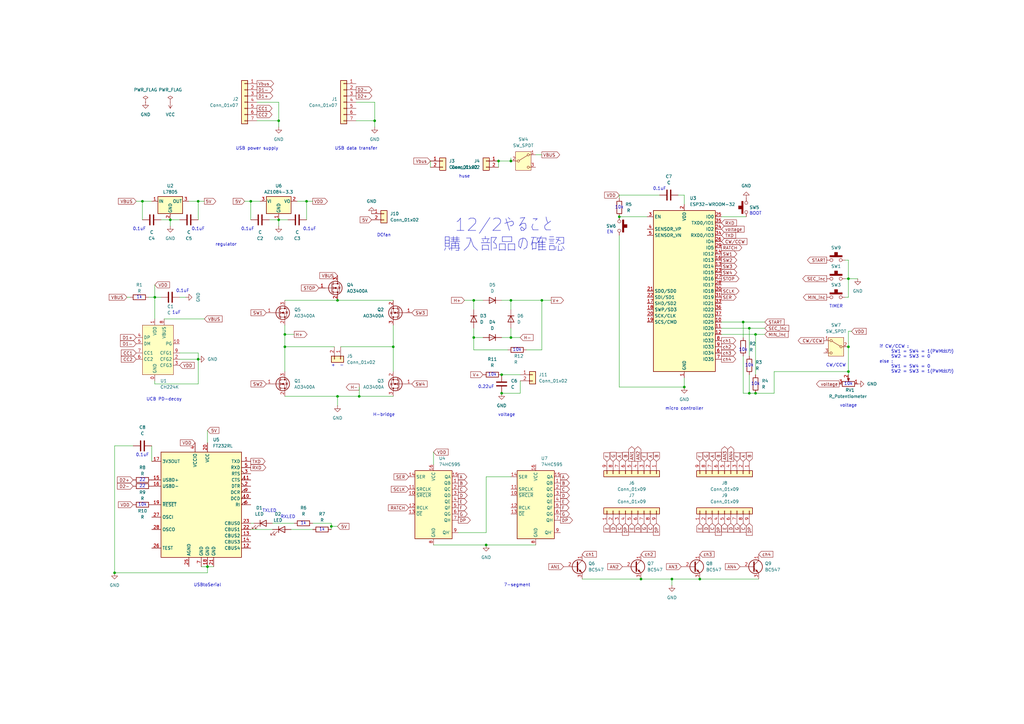
<source format=kicad_sch>
(kicad_sch (version 20231120) (generator "eeschema") (generator_version "8.0")
  (paper "A3")
  (junction (at 209.55 66.04))
  (junction (at 205.74 161.29))
  (junction (at 147.32 162.56))
  (junction (at 309.88 161.29))
  (junction (at 287.02 237.49))
  (junction (at 125.73 82.55))
  (junction (at 116.84 137.16))
  (junction (at 209.55 138.43))
  (junction (at 347.98 152.4))
  (junction (at 116.84 142.24))
  (junction (at 161.29 142.24))
  (junction (at 138.43 123.19))
  (junction (at 307.34 134.62))
  (junction (at 194.31 123.19))
  (junction (at 309.88 137.16))
  (junction (at 199.39 223.52))
  (junction (at 81.28 82.55))
  (junction (at 204.47 66.04))
  (junction (at 307.34 161.29))
  (junction (at 194.31 138.43))
  (junction (at 114.3 49.53))
  (junction (at 63.5 121.92))
  (junction (at 135.89 215.9))
  (junction (at 304.8 132.08))
  (junction (at 102.87 82.55))
  (junction (at 138.43 162.56))
  (junction (at 262.89 237.49))
  (junction (at 254 88.9))
  (junction (at 114.3 90.17))
  (junction (at 46.99 234.95))
  (junction (at 209.55 123.19))
  (junction (at 81.28 147.32))
  (junction (at 69.85 90.17))
  (junction (at 280.67 158.75))
  (junction (at 85.09 232.41))
  (junction (at 205.74 153.67))
  (junction (at 347.98 114.3))
  (junction (at 275.59 237.49))
  (junction (at 58.42 82.55))
  (junction (at 153.67 49.53))
  (junction (at 347.98 142.24))
  (junction (at 222.25 123.19))
  (wire (pts (xy 77.47 82.55) (xy 81.28 82.55)))
  (wire (pts (xy 116.84 123.19) (xy 138.43 123.19)))
  (wire (pts (xy 138.43 162.56) (xy 147.32 162.56)))
  (wire (pts (xy 63.5 121.92) (xy 63.5 130.81)))
  (wire (pts (xy 58.42 82.55) (xy 58.42 90.17)))
  (wire (pts (xy 63.5 116.84) (xy 63.5 121.92)))
  (wire (pts (xy 135.89 214.63) (xy 135.89 215.9)))
  (wire (pts (xy 346.71 114.3) (xy 347.98 114.3)))
  (wire (pts (xy 280.67 158.75) (xy 280.67 154.94)))
  (wire (pts (xy 106.68 82.55) (xy 102.87 82.55)))
  (wire (pts (xy 100.33 82.55) (xy 102.87 82.55)))
  (wire (pts (xy 219.71 223.52) (xy 199.39 223.52)))
  (wire (pts (xy 254 158.75) (xy 280.67 158.75)))
  (wire (pts (xy 81.28 82.55) (xy 83.82 82.55)))
  (wire (pts (xy 110.49 90.17) (xy 114.3 90.17)))
  (wire (pts (xy 116.84 142.24) (xy 137.16 142.24)))
  (wire (pts (xy 304.8 161.29) (xy 307.34 161.29)))
  (wire (pts (xy 85.09 232.41) (xy 85.09 234.95)))
  (wire (pts (xy 66.04 90.17) (xy 69.85 90.17)))
  (wire (pts (xy 114.3 90.17) (xy 114.3 92.71)))
  (wire (pts (xy 116.84 133.35) (xy 116.84 137.16)))
  (wire (pts (xy 275.59 237.49) (xy 275.59 240.03)))
  (wire (pts (xy 63.5 121.92) (xy 66.04 121.92)))
  (wire (pts (xy 347.98 152.4) (xy 347.98 153.67)))
  (wire (pts (xy 58.42 82.55) (xy 62.23 82.55)))
  (wire (pts (xy 209.55 66.04) (xy 209.55 64.77)))
  (wire (pts (xy 194.31 123.19) (xy 194.31 127)))
  (wire (pts (xy 254 96.52) (xy 254 158.75)))
  (wire (pts (xy 176.53 66.04) (xy 176.53 68.58)))
  (wire (pts (xy 304.8 132.08) (xy 313.69 132.08)))
  (wire (pts (xy 222.25 123.19) (xy 222.25 143.51)))
  (wire (pts (xy 102.87 214.63) (xy 104.14 214.63)))
  (wire (pts (xy 138.43 123.19) (xy 161.29 123.19)))
  (wire (pts (xy 307.34 153.67) (xy 307.34 161.29)))
  (wire (pts (xy 209.55 138.43) (xy 205.74 138.43)))
  (wire (pts (xy 46.99 234.95) (xy 85.09 234.95)))
  (wire (pts (xy 52.07 121.92) (xy 53.34 121.92)))
  (wire (pts (xy 76.2 121.92) (xy 73.66 121.92)))
  (wire (pts (xy 209.55 134.62) (xy 209.55 138.43)))
  (wire (pts (xy 139.7 142.24) (xy 161.29 142.24)))
  (wire (pts (xy 82.55 232.41) (xy 85.09 232.41)))
  (wire (pts (xy 73.66 144.78) (xy 81.28 144.78)))
  (wire (pts (xy 199.39 195.58) (xy 209.55 195.58)))
  (wire (pts (xy 199.39 195.58) (xy 199.39 218.44)))
  (wire (pts (xy 116.84 137.16) (xy 116.84 142.24)))
  (wire (pts (xy 295.91 137.16) (xy 309.88 137.16)))
  (wire (pts (xy 54.61 182.88) (xy 46.99 182.88)))
  (wire (pts (xy 69.85 90.17) (xy 69.85 92.71)))
  (wire (pts (xy 85.09 232.41) (xy 87.63 232.41)))
  (wire (pts (xy 304.8 146.05) (xy 304.8 161.29)))
  (wire (pts (xy 275.59 237.49) (xy 287.02 237.49)))
  (wire (pts (xy 135.89 215.9) (xy 135.89 217.17)))
  (wire (pts (xy 280.67 80.01) (xy 280.67 83.82)))
  (wire (pts (xy 81.28 147.32) (xy 81.28 157.48)))
  (wire (pts (xy 63.5 156.21) (xy 63.5 157.48)))
  (wire (pts (xy 347.98 114.3) (xy 351.79 114.3)))
  (wire (pts (xy 309.88 137.16) (xy 313.69 137.16)))
  (wire (pts (xy 213.36 156.21) (xy 213.36 161.29)))
  (wire (pts (xy 105.41 41.91) (xy 114.3 41.91)))
  (wire (pts (xy 307.34 134.62) (xy 307.34 146.05)))
  (wire (pts (xy 254 80.01) (xy 254 81.28)))
  (wire (pts (xy 153.67 41.91) (xy 153.67 49.53)))
  (wire (pts (xy 287.02 237.49) (xy 311.15 237.49)))
  (wire (pts (xy 125.73 82.55) (xy 125.73 90.17)))
  (wire (pts (xy 121.92 82.55) (xy 125.73 82.55)))
  (wire (pts (xy 307.34 134.62) (xy 313.69 134.62)))
  (wire (pts (xy 346.71 121.92) (xy 347.98 121.92)))
  (wire (pts (xy 215.9 143.51) (xy 222.25 143.51)))
  (wire (pts (xy 347.98 106.68) (xy 347.98 114.3)))
  (wire (pts (xy 254 80.01) (xy 270.51 80.01)))
  (wire (pts (xy 219.71 63.5) (xy 222.25 63.5)))
  (wire (pts (xy 147.32 162.56) (xy 161.29 162.56)))
  (wire (pts (xy 81.28 157.48) (xy 63.5 157.48)))
  (wire (pts (xy 83.82 130.81) (xy 67.31 130.81)))
  (wire (pts (xy 347.98 135.89) (xy 349.25 135.89)))
  (wire (pts (xy 102.87 217.17) (xy 111.76 217.17)))
  (wire (pts (xy 62.23 182.88) (xy 62.23 189.23)))
  (wire (pts (xy 46.99 182.88) (xy 46.99 234.95)))
  (wire (pts (xy 146.05 41.91) (xy 153.67 41.91)))
  (wire (pts (xy 346.71 106.68) (xy 347.98 106.68)))
  (wire (pts (xy 347.98 142.24) (xy 347.98 152.4)))
  (wire (pts (xy 205.74 161.29) (xy 213.36 161.29)))
  (wire (pts (xy 209.55 123.19) (xy 222.25 123.19)))
  (wire (pts (xy 304.8 132.08) (xy 304.8 138.43)))
  (wire (pts (xy 295.91 88.9) (xy 306.07 88.9)))
  (wire (pts (xy 309.88 137.16) (xy 309.88 153.67)))
  (wire (pts (xy 81.28 82.55) (xy 81.28 90.17)))
  (wire (pts (xy 153.67 49.53) (xy 153.67 52.07)))
  (wire (pts (xy 81.28 144.78) (xy 81.28 147.32)))
  (wire (pts (xy 55.88 82.55) (xy 58.42 82.55)))
  (wire (pts (xy 187.96 218.44) (xy 199.39 218.44)))
  (wire (pts (xy 209.55 123.19) (xy 209.55 127)))
  (wire (pts (xy 128.27 214.63) (xy 135.89 214.63)))
  (wire (pts (xy 317.5 161.29) (xy 309.88 161.29)))
  (wire (pts (xy 116.84 142.24) (xy 116.84 152.4)))
  (wire (pts (xy 317.5 152.4) (xy 347.98 152.4)))
  (wire (pts (xy 161.29 142.24) (xy 161.29 152.4)))
  (wire (pts (xy 209.55 138.43) (xy 213.36 138.43)))
  (wire (pts (xy 116.84 137.16) (xy 120.65 137.16)))
  (wire (pts (xy 204.47 66.04) (xy 204.47 68.58)))
  (wire (pts (xy 116.84 162.56) (xy 138.43 162.56)))
  (wire (pts (xy 60.96 121.92) (xy 63.5 121.92)))
  (wire (pts (xy 114.3 90.17) (xy 118.11 90.17)))
  (wire (pts (xy 119.38 217.17) (xy 128.27 217.17)))
  (wire (pts (xy 114.3 41.91) (xy 114.3 49.53)))
  (wire (pts (xy 69.85 90.17) (xy 73.66 90.17)))
  (wire (pts (xy 125.73 82.55) (xy 128.27 82.55)))
  (wire (pts (xy 194.31 143.51) (xy 208.28 143.51)))
  (wire (pts (xy 194.31 134.62) (xy 194.31 138.43)))
  (wire (pts (xy 190.5 123.19) (xy 194.31 123.19)))
  (wire (pts (xy 85.09 176.53) (xy 85.09 181.61)))
  (wire (pts (xy 347.98 135.89) (xy 347.98 142.24)))
  (wire (pts (xy 194.31 123.19) (xy 198.12 123.19)))
  (wire (pts (xy 278.13 80.01) (xy 280.67 80.01)))
  (wire (pts (xy 114.3 49.53) (xy 114.3 52.07)))
  (wire (pts (xy 222.25 123.19) (xy 226.06 123.19)))
  (wire (pts (xy 147.32 158.75) (xy 147.32 162.56)))
  (wire (pts (xy 295.91 134.62) (xy 307.34 134.62)))
  (wire (pts (xy 138.43 162.56) (xy 138.43 166.37)))
  (wire (pts (xy 194.31 138.43) (xy 198.12 138.43)))
  (wire (pts (xy 199.39 223.52) (xy 177.8 223.52)))
  (wire (pts (xy 105.41 49.53) (xy 114.3 49.53)))
  (wire (pts (xy 238.76 237.49) (xy 262.89 237.49)))
  (wire (pts (xy 205.74 153.67) (xy 213.36 153.67)))
  (wire (pts (xy 307.34 161.29) (xy 309.88 161.29)))
  (wire (pts (xy 111.76 214.63) (xy 120.65 214.63)))
  (wire (pts (xy 146.05 49.53) (xy 153.67 49.53)))
  (wire (pts (xy 135.89 215.9) (xy 138.43 215.9)))
  (wire (pts (xy 161.29 133.35) (xy 161.29 142.24)))
  (wire (pts (xy 347.98 114.3) (xy 347.98 121.92)))
  (wire (pts (xy 262.89 237.49) (xy 275.59 237.49)))
  (wire (pts (xy 317.5 152.4) (xy 317.5 161.29)))
  (wire (pts (xy 177.8 185.42) (xy 177.8 190.5)))
  (wire (pts (xy 204.47 66.04) (xy 209.55 66.04)))
  (wire (pts (xy 194.31 143.51) (xy 194.31 138.43)))
  (wire (pts (xy 102.87 82.55) (xy 102.87 90.17)))
  (wire (pts (xy 73.66 147.32) (xy 81.28 147.32)))
  (wire (pts (xy 295.91 132.08) (xy 304.8 132.08)))
  (wire (pts (xy 254 88.9) (xy 265.43 88.9)))
  (wire (pts (xy 205.74 123.19) (xy 209.55 123.19)))
  (text "10k" (at 307.34 149.86 0) (effects (font (size 1.27 1.27))))
  (text "0.1uF\n" (at 57.15 93.98 0) (effects (font (size 1.27 1.27))))
  (text "TIMER" (at 342.9 125.73 0) (effects (font (size 1.27 1.27))))
  (text "0.1uF\n" (at 101.6 93.98 0) (effects (font (size 1.27 1.27))))
  (text "1k\n" (at 57.15 121.92 0) (effects (font (size 1.27 1.27))))
  (text "1uF\n" (at 72.39 128.27 0) (effects (font (size 1.27 1.27))))
  (text "DCfan" (at 157.48 96.52 0) (effects (font (size 1.27 1.27))))
  (text "+  -\n" (at 138.43 149.86 0) (effects (font (size 1.27 1.27))))
  (text "H-bridge" (at 157.48 170.18 0) (effects (font (size 1.27 1.27))))
  (text "0.1uF" (at 58.42 186.69 0) (effects (font (size 1.27 1.27))))
  (text "EN" (at 250.19 95.25 0) (effects (font (size 1.27 1.27))))
  (text "10k" (at 201.93 153.67 0) (effects (font (size 1.27 1.27))))
  (text "10k" (at 347.98 157.48 0) (effects (font (size 1.27 1.27))))
  (text "10k" (at 212.09 143.51 0) (effects (font (size 1.27 1.27))))
  (text "10k" (at 254 85.09 0) (effects (font (size 1.27 1.27))))
  (text "0.22uF" (at 199.39 158.75 0) (effects (font (size 1.27 1.27))))
  (text "USB data transfer" (at 146.05 60.96 0) (effects (font (size 1.27 1.27))))
  (text "0.1uF\n" (at 270.51 77.47 0) (effects (font (size 1.27 1.27))))
  (text "10k" (at 58.42 207.01 0) (effects (font (size 1.27 1.27))))
  (text "CW/CCW" (at 342.9 149.86 0) (effects (font (size 1.27 1.27))))
  (text "10k" (at 309.88 157.48 0) (effects (font (size 1.27 1.27))))
  (text "10k" (at 304.8 143.51 0) (effects (font (size 1.27 1.27))))
  (text "22" (at 58.42 196.85 0) (effects (font (size 1.27 1.27))))
  (text "0.1uF\n" (at 127 93.98 0) (effects (font (size 1.27 1.27))))
  (text "micro controller\n" (at 280.67 167.64 0) (effects (font (size 1.27 1.27))))
  (text "0.1uF\n" (at 74.93 119.38 0) (effects (font (size 1.27 1.27))))
  (text "22" (at 58.42 199.39 0) (effects (font (size 1.27 1.27))))
  (text "12/2やること\n購入部品の確認" (at 207.01 96.52 0) (effects (font (size 5.08 5.08))))
  (text "regulator" (at 92.71 100.33 0) (effects (font (size 1.27 1.27))))
  (text "RXLED" (at 118.11 212.09 0) (effects (font (size 1.27 1.27))))
  (text "huse" (at 190.5 72.39 0) (effects (font (size 1.27 1.27))))
  (text "USB power supply\n" (at 105.41 60.96 0) (effects (font (size 1.27 1.27))))
  (text "BOOT\n" (at 309.88 87.63 0) (effects (font (size 1.27 1.27))))
  (text "1k" (at 132.08 217.17 0) (effects (font (size 1.27 1.27))))
  (text "0.1uF\n" (at 81.28 93.98 0) (effects (font (size 1.27 1.27))))
  (text "if CW/CCW :\n	SW1 = SW4 = 1(PWM出力)\n	SW2 = SW3 = 0\nelse :\n	SW1 = SW4 = 0\n	SW2 = SW3 = 1(PWM出力)" (at 360.68 147.32 0) (effects (font (size 1.27 1.27)) (justify left)))
  (text "TXLED" (at 110.49 209.55 0) (effects (font (size 1.27 1.27))))
  (text "UCB PD-decoy\n" (at 67.31 163.83 0) (effects (font (size 1.27 1.27))))
  (text "voltage \n" (at 208.28 170.18 0) (effects (font (size 1.27 1.27))))
  (text "USBtoSerial" (at 85.09 240.03 0) (effects (font (size 1.27 1.27))))
  (text "1k" (at 124.46 214.63 0) (effects (font (size 1.27 1.27))))
  (text "voltage" (at 347.98 166.37 0) (effects (font (size 1.27 1.27))))
  (text "7-segment" (at 212.09 240.03 0) (effects (font (size 1.27 1.27))))
  (global_label "C" (shape output) (at 229.87 200.66 0) (property "Intersheetrefs" "${INTERSHEET_REFS}" (effects (hide yes))))
  (global_label "G" (shape input) (at 289.56 189.23 90) (property "Intersheetrefs" "${INTERSHEET_REFS}" (effects (hide yes))))
  (global_label "H-" (shape input) (at 213.36 138.43 0) (property "Intersheetrefs" "${INTERSHEET_REFS}" (effects (hide yes))))
  (global_label "ch2" (shape input) (at 262.89 227.33 0) (property "Intersheetrefs" "${INTERSHEET_REFS}" (effects (hide yes))))
  (global_label "Vbus" (shape input) (at 176.53 66.04 180) (property "Intersheetrefs" "${INTERSHEET_REFS}" (effects (hide yes))))
  (global_label "D" (shape output) (at 229.87 203.2 0) (property "Intersheetrefs" "${INTERSHEET_REFS}" (effects (hide yes))))
  (global_label "H+" (shape output) (at 120.65 137.16 0) (property "Intersheetrefs" "${INTERSHEET_REFS}" (effects (hide yes))))
  (global_label "E" (shape output) (at 229.87 205.74 0) (property "Intersheetrefs" "${INTERSHEET_REFS}" (effects (hide yes))))
  (global_label "DP" (shape input) (at 294.64 214.63 270) (property "Intersheetrefs" "${INTERSHEET_REFS}" (effects (hide yes))))
  (global_label "CW{slash}CCW" (shape output) (at 337.82 139.7 180) (property "Intersheetrefs" "${INTERSHEET_REFS}" (effects (hide yes))))
  (global_label "AN4" (shape input) (at 303.53 232.41 180) (property "Intersheetrefs" "${INTERSHEET_REFS}" (effects (hide yes))))
  (global_label "D" (shape input) (at 261.62 214.63 270) (property "Intersheetrefs" "${INTERSHEET_REFS}" (effects (hide yes))))
  (global_label "D" (shape output) (at 187.96 203.2 0) (property "Intersheetrefs" "${INTERSHEET_REFS}" (effects (hide yes))))
  (global_label "B" (shape input) (at 294.64 189.23 90) (property "Intersheetrefs" "${INTERSHEET_REFS}" (effects (hide yes))))
  (global_label "START" (shape input) (at 313.69 132.08 0) (property "Intersheetrefs" "${INTERSHEET_REFS}" (effects (hide yes))))
  (global_label "SER" (shape input) (at 167.64 195.58 180) (property "Intersheetrefs" "${INTERSHEET_REFS}" (effects (hide yes))))
  (global_label "VBUS" (shape input) (at 52.07 121.92 180) (property "Intersheetrefs" "${INTERSHEET_REFS}" (effects (hide yes))))
  (global_label "D1-" (shape input) (at 55.88 140.97 180) (property "Intersheetrefs" "${INTERSHEET_REFS}" (effects (hide yes))))
  (global_label "VDD" (shape output) (at 128.27 82.55 0) (property "Intersheetrefs" "${INTERSHEET_REFS}" (effects (hide yes))))
  (global_label "AN1" (shape output) (at 259.08 189.23 90) (property "Intersheetrefs" "${INTERSHEET_REFS}" (effects (hide yes))))
  (global_label "F" (shape input) (at 287.02 189.23 90) (property "Intersheetrefs" "${INTERSHEET_REFS}" (effects (hide yes))))
  (global_label "E" (shape input) (at 297.18 214.63 270) (property "Intersheetrefs" "${INTERSHEET_REFS}" (effects (hide yes))))
  (global_label "RATCH" (shape output) (at 295.91 101.6 0) (property "Intersheetrefs" "${INTERSHEET_REFS}" (effects (hide yes))))
  (global_label "VDD" (shape input) (at 349.25 135.89 0) (property "Intersheetrefs" "${INTERSHEET_REFS}" (effects (hide yes))))
  (global_label "CW{slash}CCW" (shape input) (at 295.91 99.06 0) (property "Intersheetrefs" "${INTERSHEET_REFS}" (effects (hide yes))))
  (global_label "G" (shape output) (at 187.96 210.82 0) (property "Intersheetrefs" "${INTERSHEET_REFS}" (effects (hide yes))))
  (global_label "ch3" (shape output) (at 295.91 144.78 0) (property "Intersheetrefs" "${INTERSHEET_REFS}" (effects (hide yes))))
  (global_label "SEC_inc" (shape input) (at 313.69 134.62 0) (property "Intersheetrefs" "${INTERSHEET_REFS}" (effects (hide yes))))
  (global_label "SW3" (shape output) (at 295.91 109.22 0) (property "Intersheetrefs" "${INTERSHEET_REFS}" (effects (hide yes))))
  (global_label "CC2" (shape input) (at 55.88 147.32 180) (property "Intersheetrefs" "${INTERSHEET_REFS}" (effects (hide yes))))
  (global_label "DP" (shape input) (at 269.24 214.63 270) (property "Intersheetrefs" "${INTERSHEET_REFS}" (effects (hide yes))))
  (global_label "D" (shape input) (at 289.56 214.63 270) (property "Intersheetrefs" "${INTERSHEET_REFS}" (effects (hide yes))))
  (global_label "ch1" (shape input) (at 238.76 227.33 0) (property "Intersheetrefs" "${INTERSHEET_REFS}" (effects (hide yes))))
  (global_label "AN2" (shape output) (at 261.62 189.23 90) (property "Intersheetrefs" "${INTERSHEET_REFS}" (effects (hide yes))))
  (global_label "SW1" (shape output) (at 295.91 104.14 0) (property "Intersheetrefs" "${INTERSHEET_REFS}" (effects (hide yes))))
  (global_label "CC1" (shape input) (at 55.88 144.78 180) (property "Intersheetrefs" "${INTERSHEET_REFS}" (effects (hide yes))))
  (global_label "B" (shape input) (at 307.34 189.23 90) (property "Intersheetrefs" "${INTERSHEET_REFS}" (effects (hide yes))))
  (global_label "A" (shape input) (at 266.7 189.23 90) (property "Intersheetrefs" "${INTERSHEET_REFS}" (effects (hide yes))))
  (global_label "VDD" (shape input) (at 73.66 149.86 0) (property "Intersheetrefs" "${INTERSHEET_REFS}" (effects (hide yes))))
  (global_label "STOP" (shape input) (at 130.81 118.11 180) (property "Intersheetrefs" "${INTERSHEET_REFS}" (effects (hide yes))))
  (global_label "D1+" (shape input) (at 55.88 138.43 180) (property "Intersheetrefs" "${INTERSHEET_REFS}" (effects (hide yes))))
  (global_label "A" (shape output) (at 187.96 195.58 0) (property "Intersheetrefs" "${INTERSHEET_REFS}" (effects (hide yes))))
  (global_label "E" (shape input) (at 287.02 214.63 270) (property "Intersheetrefs" "${INTERSHEET_REFS}" (effects (hide yes))))
  (global_label "RXD" (shape output) (at 102.87 191.77 0) (property "Intersheetrefs" "${INTERSHEET_REFS}" (effects (hide yes))))
  (global_label "DP" (shape output) (at 229.87 213.36 0) (property "Intersheetrefs" "${INTERSHEET_REFS}" (effects (hide yes))))
  (global_label "D" (shape input) (at 299.72 214.63 270) (property "Intersheetrefs" "${INTERSHEET_REFS}" (effects (hide yes))))
  (global_label "G" (shape input) (at 251.46 189.23 90) (property "Intersheetrefs" "${INTERSHEET_REFS}" (effects (hide yes))))
  (global_label "STOP" (shape output) (at 295.91 114.3 0) (property "Intersheetrefs" "${INTERSHEET_REFS}" (effects (hide yes))))
  (global_label "5V" (shape input) (at 152.4 90.17 180) (property "Intersheetrefs" "${INTERSHEET_REFS}" (effects (hide yes))))
  (global_label "Vbus" (shape output) (at 105.41 34.29 0) (property "Intersheetrefs" "${INTERSHEET_REFS}" (effects (hide yes))))
  (global_label "H-" (shape output) (at 147.32 158.75 180) (property "Intersheetrefs" "${INTERSHEET_REFS}" (effects (hide yes))))
  (global_label "B" (shape input) (at 269.24 189.23 90) (property "Intersheetrefs" "${INTERSHEET_REFS}" (effects (hide yes))))
  (global_label "E" (shape input) (at 248.92 214.63 270) (property "Intersheetrefs" "${INTERSHEET_REFS}" (effects (hide yes))))
  (global_label "ch1" (shape output) (at 295.91 139.7 0) (property "Intersheetrefs" "${INTERSHEET_REFS}" (effects (hide yes))))
  (global_label "A" (shape input) (at 304.8 189.23 90) (property "Intersheetrefs" "${INTERSHEET_REFS}" (effects (hide yes))))
  (global_label "DP" (shape output) (at 187.96 213.36 0) (property "Intersheetrefs" "${INTERSHEET_REFS}" (effects (hide yes))))
  (global_label "SW3" (shape input) (at 168.91 128.27 0) (property "Intersheetrefs" "${INTERSHEET_REFS}" (effects (hide yes))))
  (global_label "SW1" (shape input) (at 109.22 128.27 180) (property "Intersheetrefs" "${INTERSHEET_REFS}" (effects (hide yes))))
  (global_label "ch2" (shape output) (at 295.91 142.24 0) (property "Intersheetrefs" "${INTERSHEET_REFS}" (effects (hide yes))))
  (global_label "D2+" (shape output) (at 146.05 39.37 0) (property "Intersheetrefs" "${INTERSHEET_REFS}" (effects (hide yes))))
  (global_label "G" (shape output) (at 229.87 210.82 0) (property "Intersheetrefs" "${INTERSHEET_REFS}" (effects (hide yes))))
  (global_label "voltage" (shape output) (at 344.17 157.48 180) (property "Intersheetrefs" "${INTERSHEET_REFS}" (effects (hide yes))))
  (global_label "F" (shape output) (at 187.96 208.28 0) (property "Intersheetrefs" "${INTERSHEET_REFS}" (effects (hide yes))))
  (global_label "A" (shape output) (at 229.87 195.58 0) (property "Intersheetrefs" "${INTERSHEET_REFS}" (effects (hide yes))))
  (global_label "C" (shape input) (at 254 214.63 270) (property "Intersheetrefs" "${INTERSHEET_REFS}" (effects (hide yes))))
  (global_label "D1-" (shape output) (at 105.41 36.83 0) (property "Intersheetrefs" "${INTERSHEET_REFS}" (effects (hide yes))))
  (global_label "TXD" (shape input) (at 295.91 96.52 0) (property "Intersheetrefs" "${INTERSHEET_REFS}" (effects (hide yes))))
  (global_label "C" (shape input) (at 266.7 214.63 270) (property "Intersheetrefs" "${INTERSHEET_REFS}" (effects (hide yes))))
  (global_label "A" (shape input) (at 254 189.23 90) (property "Intersheetrefs" "${INTERSHEET_REFS}" (effects (hide yes))))
  (global_label "5V" (shape output) (at 83.82 82.55 0) (property "Intersheetrefs" "${INTERSHEET_REFS}" (effects (hide yes))))
  (global_label "H+" (shape input) (at 190.5 123.19 180) (property "Intersheetrefs" "${INTERSHEET_REFS}" (effects (hide yes))))
  (global_label "VBUS" (shape output) (at 222.25 63.5 0) (property "Intersheetrefs" "${INTERSHEET_REFS}" (effects (hide yes))))
  (global_label "F" (shape input) (at 264.16 189.23 90) (property "Intersheetrefs" "${INTERSHEET_REFS}" (effects (hide yes))))
  (global_label "5V" (shape input) (at 85.09 176.53 0) (property "Intersheetrefs" "${INTERSHEET_REFS}" (effects (hide yes))))
  (global_label "B" (shape input) (at 256.54 189.23 90) (property "Intersheetrefs" "${INTERSHEET_REFS}" (effects (hide yes))))
  (global_label "SW2" (shape output) (at 295.91 106.68 0) (property "Intersheetrefs" "${INTERSHEET_REFS}" (effects (hide yes))))
  (global_label "5V" (shape input) (at 100.33 82.55 180) (property "Intersheetrefs" "${INTERSHEET_REFS}" (effects (hide yes))))
  (global_label "E" (shape output) (at 187.96 205.74 0) (property "Intersheetrefs" "${INTERSHEET_REFS}" (effects (hide yes))))
  (global_label "AN1" (shape input) (at 231.14 232.41 180) (property "Intersheetrefs" "${INTERSHEET_REFS}" (effects (hide yes))))
  (global_label "AN3" (shape output) (at 297.18 189.23 90) (property "Intersheetrefs" "${INTERSHEET_REFS}" (effects (hide yes))))
  (global_label "VDD" (shape input) (at 177.8 185.42 0) (property "Intersheetrefs" "${INTERSHEET_REFS}" (effects (hide yes))))
  (global_label "V+" (shape output) (at 226.06 123.19 0) (property "Intersheetrefs" "${INTERSHEET_REFS}" (effects (hide yes))))
  (global_label "DP" (shape input) (at 307.34 214.63 270) (property "Intersheetrefs" "${INTERSHEET_REFS}" (effects (hide yes))))
  (global_label "ch4" (shape input) (at 311.15 227.33 0) (property "Intersheetrefs" "${INTERSHEET_REFS}" (effects (hide yes))))
  (global_label "CC2" (shape output) (at 105.41 46.99 0) (property "Intersheetrefs" "${INTERSHEET_REFS}" (effects (hide yes))))
  (global_label "ch3" (shape input) (at 287.02 227.33 0) (property "Intersheetrefs" "${INTERSHEET_REFS}" (effects (hide yes))))
  (global_label "B" (shape output) (at 187.96 198.12 0) (property "Intersheetrefs" "${INTERSHEET_REFS}" (effects (hide yes))))
  (global_label "VBUS" (shape input) (at 55.88 82.55 180) (property "Intersheetrefs" "${INTERSHEET_REFS}" (effects (hide yes))))
  (global_label "VDD" (shape input) (at 54.61 207.01 180) (property "Intersheetrefs" "${INTERSHEET_REFS}" (effects (hide yes))))
  (global_label "SW4" (shape input) (at 168.91 157.48 0) (property "Intersheetrefs" "${INTERSHEET_REFS}" (effects (hide yes))))
  (global_label "START" (shape output) (at 339.09 106.68 180) (property "Intersheetrefs" "${INTERSHEET_REFS}" (effects (hide yes))))
  (global_label "D" (shape input) (at 251.46 214.63 270) (property "Intersheetrefs" "${INTERSHEET_REFS}" (effects (hide yes))))
  (global_label "VBUS" (shape input) (at 83.82 130.81 0) (property "Intersheetrefs" "${INTERSHEET_REFS}" (effects (hide yes))))
  (global_label "CC1" (shape output) (at 105.41 44.45 0) (property "Intersheetrefs" "${INTERSHEET_REFS}" (effects (hide yes))))
  (global_label "F" (shape output) (at 229.87 208.28 0) (property "Intersheetrefs" "${INTERSHEET_REFS}" (effects (hide yes))))
  (global_label "A" (shape input) (at 292.1 189.23 90) (property "Intersheetrefs" "${INTERSHEET_REFS}" (effects (hide yes))))
  (global_label "SCLK" (shape output) (at 295.91 119.38 0) (property "Intersheetrefs" "${INTERSHEET_REFS}" (effects (hide yes))))
  (global_label "AN2" (shape input) (at 255.27 232.41 180) (property "Intersheetrefs" "${INTERSHEET_REFS}" (effects (hide yes))))
  (global_label "VDD" (shape input) (at 63.5 116.84 0) (property "Intersheetrefs" "${INTERSHEET_REFS}" (effects (hide yes))))
  (global_label "D2-" (shape input) (at 54.61 199.39 180) (property "Intersheetrefs" "${INTERSHEET_REFS}" (effects (hide yes))))
  (global_label "F" (shape input) (at 248.92 189.23 90) (property "Intersheetrefs" "${INTERSHEET_REFS}" (effects (hide yes))))
  (global_label "SEC_inc" (shape output) (at 339.09 114.3 180) (property "Intersheetrefs" "${INTERSHEET_REFS}" (effects (hide yes))))
  (global_label "5V" (shape input) (at 138.43 215.9 0) (property "Intersheetrefs" "${INTERSHEET_REFS}" (effects (hide yes))))
  (global_label "RXD" (shape input) (at 295.91 91.44 0) (property "Intersheetrefs" "${INTERSHEET_REFS}" (effects (hide yes))))
  (global_label "F" (shape input) (at 302.26 189.23 90) (property "Intersheetrefs" "${INTERSHEET_REFS}" (effects (hide yes))))
  (global_label "VDD" (shape input) (at 254 80.01 180) (property "Intersheetrefs" "${INTERSHEET_REFS}" (effects (hide yes))))
  (global_label "VBUS" (shape input) (at 138.43 113.03 180) (property "Intersheetrefs" "${INTERSHEET_REFS}" (effects (hide yes))))
  (global_label "MIN_inc" (shape output) (at 339.09 121.92 180) (property "Intersheetrefs" "${INTERSHEET_REFS}" (effects (hide yes))))
  (global_label "V+" (shape input) (at 198.12 153.67 180) (property "Intersheetrefs" "${INTERSHEET_REFS}" (effects (hide yes))))
  (global_label "G" (shape input) (at 264.16 214.63 270) (property "Intersheetrefs" "${INTERSHEET_REFS}" (effects (hide yes))))
  (global_label "SW4" (shape output) (at 295.91 111.76 0) (property "Intersheetrefs" "${INTERSHEET_REFS}" (effects (hide yes))))
  (global_label "AN3" (shape input) (at 279.4 232.41 180) (property "Intersheetrefs" "${INTERSHEET_REFS}" (effects (hide yes))))
  (global_label "D2-" (shape output) (at 146.05 36.83 0) (property "Intersheetrefs" "${INTERSHEET_REFS}" (effects (hide yes))))
  (global_label "MIN_inc" (shape input) (at 313.69 137.16 0) (property "Intersheetrefs" "${INTERSHEET_REFS}" (effects (hide yes))))
  (global_label "ch4" (shape output) (at 295.91 147.32 0) (property "Intersheetrefs" "${INTERSHEET_REFS}" (effects (hide yes))))
  (global_label "D2+" (shape input) (at 54.61 196.85 180) (property "Intersheetrefs" "${INTERSHEET_REFS}" (effects (hide yes))))
  (global_label "SER" (shape output) (at 295.91 121.92 0) (property "Intersheetrefs" "${INTERSHEET_REFS}" (effects (hide yes))))
  (global_label "VDD" (shape input) (at 80.01 181.61 180) (property "Intersheetrefs" "${INTERSHEET_REFS}" (effects (hide yes))))
  (global_label "RATCH" (shape input) (at 167.64 208.28 180) (property "Intersheetrefs" "${INTERSHEET_REFS}" (effects (hide yes))))
  (global_label "SCLK" (shape input) (at 167.64 200.66 180) (property "Intersheetrefs" "${INTERSHEET_REFS}" (effects (hide yes))))
  (global_label "D1+" (shape output) (at 105.41 39.37 0) (property "Intersheetrefs" "${INTERSHEET_REFS}" (effects (hide yes))))
  (global_label "E" (shape input) (at 259.08 214.63 270) (property "Intersheetrefs" "${INTERSHEET_REFS}" (effects (hide yes))))
  (global_label "AN4" (shape output) (at 299.72 189.23 90) (property "Intersheetrefs" "${INTERSHEET_REFS}" (effects (hide yes))))
  (global_label "C" (shape input) (at 304.8 214.63 270) (property "Intersheetrefs" "${INTERSHEET_REFS}" (effects (hide yes))))
  (global_label "TXD" (shape output) (at 102.87 189.23 0) (property "Intersheetrefs" "${INTERSHEET_REFS}" (effects (hide yes))))
  (global_label "C" (shape output) (at 187.96 200.66 0) (property "Intersheetrefs" "${INTERSHEET_REFS}" (effects (hide yes))))
  (global_label "voltage" (shape input) (at 295.91 93.98 0) (property "Intersheetrefs" "${INTERSHEET_REFS}" (effects (hide yes))))
  (global_label "SW2" (shape input) (at 109.22 157.48 180) (property "Intersheetrefs" "${INTERSHEET_REFS}" (effects (hide yes))))
  (global_label "DP" (shape input) (at 256.54 214.63 270) (property "Intersheetrefs" "${INTERSHEET_REFS}" (effects (hide yes))))
  (global_label "B" (shape output) (at 229.87 198.12 0) (property "Intersheetrefs" "${INTERSHEET_REFS}" (effects (hide yes))))
  (global_label "C" (shape input) (at 292.1 214.63 270) (property "Intersheetrefs" "${INTERSHEET_REFS}" (effects (hide yes))))
  (global_label "G" (shape input) (at 302.26 214.63 270) (property "Intersheetrefs" "${INTERSHEET_REFS}" (effects (hide yes))))
  (symbol (lib_id "Device:R") (at 58.42 207.01 270) (unit 1)
    (property "Reference" "R10" (at 58.42 209.55 90))
    (property "Value" "R" (at 58.42 212.09 90))
    (property "Description" "Resistor" (effects (hide yes)))
  )
  (symbol (lib_id "RF_Module:ESP32-WROOM-32") (at 280.67 119.38 0) (unit 1)
    (property "Reference" "U3" (at 282.8641 81.28 0) (effects (justify left)))
    (property "Value" "ESP32-WROOM-32" (at 282.8641 83.82 0) (effects (justify left)))
    (property "Footprint" "RF_Module:ESP32-WROOM-32" (effects (hide yes)))
    (property "Datasheet" "https://www.espressif.com/sites/default/files/documentation/esp32-wroom-32_datasheet_en.pdf" (effects (hide yes)))
    (property "Description" "RF Module, ESP32-D0WDQ6 SoC, Wi-Fi 802.11b/g/n, Bluetooth, BLE, 32-bit, 2.7-3.6V, onboard antenna, SMD" (effects (hide yes)))
  )
  (symbol (lib_id "Device:C") (at 62.23 90.17 90) (unit 1)
    (property "Reference" "C4" (at 62.23 97.79 90))
    (property "Value" "C" (at 62.23 95.25 90))
    (property "Description" "Unpolarized capacitor" (effects (hide yes)))
  )
  (symbol (lib_id "Interface_USB:FT232RL") (at 82.55 207.01 0) (unit 1)
    (property "Reference" "U5" (at 87.2841 180.34 0) (effects (justify left)))
    (property "Value" "FT232RL" (at 87.2841 182.88 0) (effects (justify left)))
    (property "Footprint" "Package_SO:SSOP-28_5.3x10.2mm_P0.65mm" (effects (hide yes)))
    (property "Datasheet" "https://www.ftdichip.com/Support/Documents/DataSheets/ICs/DS_FT232R.pdf" (effects (hide yes)))
    (property "Description" "USB to Serial Interface, SSOP-28" (effects (hide yes)))
  )
  (symbol (lib_id "Device:D") (at 201.93 123.19 180) (unit 1)
    (property "Reference" "D5" (at 201.93 116.84 0))
    (property "Value" "D" (at 201.93 119.38 0))
    (property "Description" "Diode" (effects (hide yes)))
    (property "Sim.Device" "D" (effects (hide yes)))
    (property "Sim.Pins" "1=K 2=A" (effects (hide yes)))
  )
  (symbol (lib_id "Connector_Generic:Conn_01x07") (at 140.97 41.91 0) (mirror y) (unit 1)
    (property "Reference" "J1" (at 138.43 40.6399 0) (effects (justify left)))
    (property "Value" "Conn_01x07" (at 138.43 43.1799 0) (effects (justify left)))
    (property "Description" "Generic connector, single row, 01x07, script generated (kicad-library-utils/schlib/autogen/connector/)" (effects (hide yes)))
  )
  (symbol (lib_id "Device:D") (at 209.55 130.81 270) (unit 1)
    (property "Reference" "D6" (at 212.09 129.5399 90) (effects (justify left)))
    (property "Value" "D" (at 212.09 132.0799 90) (effects (justify left)))
    (property "Description" "Diode" (effects (hide yes)))
    (property "Sim.Device" "D" (effects (hide yes)))
    (property "Sim.Pins" "1=K 2=A" (effects (hide yes)))
  )
  (symbol (lib_id "Device:R") (at 57.15 121.92 90) (unit 1)
    (property "Reference" "R1" (at 57.15 116.84 90))
    (property "Value" "R" (at 57.15 119.38 90))
    (property "Description" "Resistor" (effects (hide yes)))
  )
  (symbol (lib_id "power:GND") (at 306.07 81.28 180) (unit 1)
    (property "Reference" "#PWR013" (effects (hide yes)))
    (property "Value" "GND" (at 306.07 76.2 0))
    (property "Description" "Power symbol creates a global label with name \"GND\" , ground" (effects (hide yes)))
  )
  (symbol (lib_id "Device:C") (at 274.32 80.01 90) (unit 1)
    (property "Reference" "C7" (at 274.32 72.39 90))
    (property "Value" "C" (at 274.32 74.93 90))
    (property "Description" "Unpolarized capacitor" (effects (hide yes)))
  )
  (symbol (lib_id "Transistor_FET:AO3400A") (at 135.89 118.11 0) (unit 1)
    (property "Reference" "Q4" (at 142.24 116.8399 0) (effects (justify left)))
    (property "Value" "AO3400A" (at 142.24 119.3799 0) (effects (justify left)))
    (property "Footprint" "Package_TO_SOT_SMD:SOT-23" (effects (hide yes)))
    (property "Datasheet" "http://www.aosmd.com/pdfs/datasheet/AO3400A.pdf" (effects (hide yes)))
    (property "Description" "30V Vds, 5.7A Id, N-Channel MOSFET, SOT-23" (effects (hide yes)))
  )
  (symbol (lib_id "74xx:74HC595") (at 177.8 205.74 0) (unit 1)
    (property "Reference" "U4" (at 179.9941 187.96 0) (effects (justify left)))
    (property "Value" "74HC595" (at 179.9941 190.5 0) (effects (justify left)))
    (property "Datasheet" "http://www.ti.com/lit/ds/symlink/sn74hc595.pdf" (effects (hide yes)))
    (property "Description" "8-bit serial in/out Shift Register 3-State Outputs" (effects (hide yes)))
  )
  (symbol (lib_id "Device:R") (at 201.93 153.67 90) (unit 1)
    (property "Reference" "R11" (at 201.93 147.32 90))
    (property "Value" "R" (at 201.93 149.86 90))
    (property "Description" "Resistor" (effects (hide yes)))
  )
  (symbol (lib_id "Device:C") (at 77.47 90.17 90) (unit 1)
    (property "Reference" "C5" (at 77.47 97.79 90))
    (property "Value" "C" (at 77.47 95.25 90))
    (property "Description" "Unpolarized capacitor" (effects (hide yes)))
  )
  (symbol (lib_id "Connector_Generic:Conn_01x07") (at 100.33 41.91 0) (mirror y) (unit 1)
    (property "Reference" "J2" (at 97.79 40.6399 0) (effects (justify left)))
    (property "Value" "Conn_01x07" (at 97.79 43.1799 0) (effects (justify left)))
    (property "Description" "Generic connector, single row, 01x07, script generated (kicad-library-utils/schlib/autogen/connector/)" (effects (hide yes)))
  )
  (symbol (lib_id "power:PWR_FLAG") (at 59.69 41.91 0) (unit 1)
    (property "Reference" "#FLG01" (effects (hide yes)))
    (property "Value" "PWR_FLAG" (at 59.69 36.83 0))
    (property "Description" "Special symbol for telling ERC where power comes from" (effects (hide yes)))
  )
  (symbol (lib_id "power:GND") (at 138.43 166.37 0) (unit 1)
    (property "Reference" "#PWR012" (effects (hide yes)))
    (property "Value" "GND" (at 138.43 171.45 0))
    (property "Description" "Power symbol creates a global label with name \"GND\" , ground" (effects (hide yes)))
  )
  (symbol (lib_id "Switch:SW_SPDT") (at 214.63 66.04 0) (unit 1)
    (property "Reference" "SW4" (at 214.63 57.15 0))
    (property "Value" "SW_SPDT" (at 214.63 59.69 0))
    (property "Description" "Switch, single pole double throw" (effects (hide yes)))
  )
  (symbol (lib_id "Device:C") (at 205.74 157.48 0) (unit 1)
    (property "Reference" "C6" (at 209.55 156.2099 0) (effects (justify left)))
    (property "Value" "C" (at 209.55 158.7499 0) (effects (justify left)))
    (property "Description" "Unpolarized capacitor" (effects (hide yes)))
  )
  (symbol (lib_id "Transistor_BJT:BC547") (at 260.35 232.41 0) (unit 1)
    (property "Reference" "Q7" (at 265.43 231.1399 0) (effects (justify left)))
    (property "Value" "BC547" (at 265.43 233.6799 0) (effects (justify left)))
    (property "Footprint" "Package_TO_SOT_THT:TO-92_Inline" (effects (hide yes)))
    (property "Datasheet" "https://www.onsemi.com/pub/Collateral/BC550-D.pdf" (effects (hide yes)))
    (property "Description" "0.1A Ic, 45V Vce, Small Signal NPN Transistor, TO-92" (effects (hide yes)))
  )
  (symbol (lib_id "0my_project:DTSM-6x") (at 306.07 85.09 90) (unit 1)
    (property "Reference" "SW5" (at 307.34 85.0899 90) (effects (justify right)))
    (property "Value" "DTSM-6x" (effects (hide yes)))
    (property "Footprint" "0my_project:DTSM-6x" (effects (hide yes)))
    (property "Datasheet" "https://datasheet.lcsc.com/lcsc/1811131733_Diptronics-DTSM-62R-V-T-R_C224979.pdf" (effects (hide yes)))
    (property "Description" "Tactile switch, 6.2mm x 6.2mm" (effects (hide yes)))
    (property "LCSC" "C224978" (effects (hide yes)))
  )
  (symbol (lib_id "Device:R") (at 212.09 143.51 90) (unit 1)
    (property "Reference" "R12" (at 210.82 146.05 90) (effects (justify right)))
    (property "Value" "R" (at 210.82 148.5899 90) (effects (justify right)))
    (property "Description" "Resistor" (effects (hide yes)))
  )
  (symbol (lib_id "power:GND") (at 152.4 87.63 180) (unit 1)
    (property "Reference" "#PWR017" (effects (hide yes)))
    (property "Value" "GND" (at 152.4 82.55 0))
    (property "Description" "Power symbol creates a global label with name \"GND\" , ground" (effects (hide yes)))
  )
  (symbol (lib_id "74xx:74HC595") (at 219.71 205.74 0) (unit 1)
    (property "Reference" "U7" (at 221.9041 187.96 0) (effects (justify left)))
    (property "Value" "74HC595" (at 221.9041 190.5 0) (effects (justify left)))
    (property "Datasheet" "http://www.ti.com/lit/ds/symlink/sn74hc595.pdf" (effects (hide yes)))
    (property "Description" "8-bit serial in/out Shift Register 3-State Outputs" (effects (hide yes)))
  )
  (symbol (lib_id "power:GND") (at 351.79 114.3 0) (unit 1)
    (property "Reference" "#PWR010" (effects (hide yes)))
    (property "Value" "GND" (at 351.79 119.38 0))
    (property "Description" "Power symbol creates a global label with name \"GND\" , ground" (effects (hide yes)))
  )
  (symbol (lib_id "Device:C") (at 106.68 90.17 90) (unit 1)
    (property "Reference" "C2" (at 106.68 97.79 90))
    (property "Value" "C" (at 106.68 95.25 90))
    (property "Description" "Unpolarized capacitor" (effects (hide yes)))
  )
  (symbol (lib_id "Transistor_BJT:BC547") (at 236.22 232.41 0) (unit 1)
    (property "Reference" "Q6" (at 241.3 231.1399 0) (effects (justify left)))
    (property "Value" "BC547" (at 241.3 233.6799 0) (effects (justify left)))
    (property "Footprint" "Package_TO_SOT_THT:TO-92_Inline" (effects (hide yes)))
    (property "Datasheet" "https://www.onsemi.com/pub/Collateral/BC550-D.pdf" (effects (hide yes)))
    (property "Description" "0.1A Ic, 45V Vce, Small Signal NPN Transistor, TO-92" (effects (hide yes)))
  )
  (symbol (lib_id "Connector_Generic:Conn_01x09") (at 259.08 194.31 270) (unit 1)
    (property "Reference" "J6" (at 259.08 198.12 90))
    (property "Value" "Conn_01x09" (at 259.08 200.66 90))
    (property "Description" "Generic connector, single row, 01x09, script generated (kicad-library-utils/schlib/autogen/connector/)" (effects (hide yes)))
  )
  (symbol (lib_id "Connector_Generic:Conn_01x09") (at 297.18 194.31 270) (unit 1)
    (property "Reference" "J8" (at 297.18 198.12 90))
    (property "Value" "Conn_01x09" (at 297.18 200.66 90))
    (property "Description" "Generic connector, single row, 01x09, script generated (kicad-library-utils/schlib/autogen/connector/)" (effects (hide yes)))
  )
  (symbol (lib_id "Regulator_Linear:L7805") (at 69.85 82.55 0) (unit 1)
    (property "Reference" "U2" (at 69.85 76.2 0))
    (property "Value" "L7805" (at 69.85 78.74 0))
    (property "Datasheet" "http://www.st.com/content/ccc/resource/technical/document/datasheet/41/4f/b3/b0/12/d4/47/88/CD00000444.pdf/files/CD00000444.pdf/jcr:content/translations/en.CD00000444.pdf" (effects (hide yes)))
    (property "Description" "Positive 1.5A 35V Linear Regulator, Fixed Output 5V, TO-220/TO-263/TO-252" (effects (hide yes)))
  )
  (symbol (lib_id "power:GND") (at 81.28 147.32 90) (unit 1)
    (property "Reference" "#PWR04" (effects (hide yes)))
    (property "Value" "GND" (at 85.09 147.3199 90) (effects (justify right)))
    (property "Description" "Power symbol creates a global label with name \"GND\" , ground" (effects (hide yes)))
  )
  (symbol (lib_id "Connector_Generic:Conn_01x02") (at 181.61 66.04 0) (unit 1)
    (property "Reference" "J3" (at 184.15 66.0399 0) (effects (justify left)))
    (property "Value" "Conn_01x02" (at 184.15 68.5799 0) (effects (justify left)))
    (property "Description" "Generic connector, single row, 01x02, script generated (kicad-library-utils/schlib/autogen/connector/)" (effects (hide yes)))
  )
  (symbol (lib_id "Device:R") (at 309.88 157.48 0) (unit 1)
    (property "Reference" "R4" (at 312.42 156.2099 0) (effects (justify left)))
    (property "Value" "R" (at 312.42 158.7499 0) (effects (justify left)))
    (property "Description" "Resistor" (effects (hide yes)))
  )
  (symbol (lib_id "power:GND") (at 205.74 161.29 0) (unit 1)
    (property "Reference" "#PWR018" (effects (hide yes)))
    (property "Value" "GND" (at 205.74 166.37 0))
    (property "Description" "Power symbol creates a global label with name \"GND\" , ground" (effects (hide yes)))
  )
  (symbol (lib_id "Connector_Generic:Conn_01x02") (at 139.7 147.32 270) (unit 1)
    (property "Reference" "J5" (at 142.24 146.0499 90) (effects (justify left)))
    (property "Value" "Conn_01x02" (at 142.24 148.5899 90) (effects (justify left)))
    (property "Description" "Generic connector, single row, 01x02, script generated (kicad-library-utils/schlib/autogen/connector/)" (effects (hide yes)))
  )
  (symbol (lib_id "Connector_Generic:Conn_01x09") (at 259.08 209.55 90) (unit 1)
    (property "Reference" "J7" (at 259.08 203.2 90))
    (property "Value" "Conn_01x09" (at 259.08 205.74 90))
    (property "Description" "Generic connector, single row, 01x09, script generated (kicad-library-utils/schlib/autogen/connector/)" (effects (hide yes)))
  )
  (symbol (lib_id "Device:LED") (at 115.57 217.17 0) (unit 1)
    (property "Reference" "D2" (at 113.9825 210.82 0))
    (property "Value" "LED" (at 113.9825 213.36 0))
    (property "Description" "Light emitting diode" (effects (hide yes)))
  )
  (symbol (lib_id "Device:LED") (at 107.95 214.63 0) (unit 1)
    (property "Reference" "D1" (at 106.3625 208.28 0))
    (property "Value" "LED" (at 106.3625 210.82 0))
    (property "Description" "Light emitting diode" (effects (hide yes)))
  )
  (symbol (lib_id "Transistor_BJT:BC547") (at 284.48 232.41 0) (unit 1)
    (property "Reference" "Q8" (at 289.56 231.1399 0) (effects (justify left)))
    (property "Value" "BC547" (at 289.56 233.6799 0) (effects (justify left)))
    (property "Footprint" "Package_TO_SOT_THT:TO-92_Inline" (effects (hide yes)))
    (property "Datasheet" "https://www.onsemi.com/pub/Collateral/BC550-D.pdf" (effects (hide yes)))
    (property "Description" "0.1A Ic, 45V Vce, Small Signal NPN Transistor, TO-92" (effects (hide yes)))
  )
  (symbol (lib_id "Regulator_Linear:AZ1084-3.3") (at 114.3 82.55 0) (unit 1)
    (property "Reference" "U6" (at 114.3 76.2 0))
    (property "Value" "AZ1084-3.3" (at 114.3 78.74 0))
    (property "Datasheet" "https://www.diodes.com/assets/Datasheets/AZ1084.pdf" (effects (hide yes)))
    (property "Description" "5A 12V Fixed LDO Linear Regulator, 1.5V, TO-220/TO-252/TO-263" (effects (hide yes)))
  )
  (symbol (lib_id "Connector_Generic:Conn_01x02") (at 199.39 66.04 0) (mirror y) (unit 1)
    (property "Reference" "J4" (at 196.85 66.0399 0) (effects (justify left)))
    (property "Value" "Conn_01x02" (at 196.85 68.5799 0) (effects (justify left)))
    (property "Description" "Generic connector, single row, 01x02, script generated (kicad-library-utils/schlib/autogen/connector/)" (effects (hide yes)))
  )
  (symbol (lib_id "Device:R_Potentiometer") (at 347.98 157.48 270) (mirror x) (unit 1)
    (property "Reference" "RV1" (at 350.52 160.02 90) (effects (justify right)))
    (property "Value" "R_Potentiometer" (at 355.6 162.56 90) (effects (justify right)))
    (property "Description" "Potentiometer" (effects (hide yes)))
  )
  (symbol (lib_id "Device:R") (at 58.42 199.39 270) (unit 1)
    (property "Reference" "R9" (at 58.42 201.93 90))
    (property "Value" "R" (at 58.42 204.47 90))
    (property "Description" "Resistor" (effects (hide yes)))
  )
  (symbol (lib_id "Connector_Generic:Conn_01x02") (at 218.44 153.67 0) (unit 1)
    (property "Reference" "J11" (at 220.98 153.6699 0) (effects (justify left)))
    (property "Value" "Conn_01x02" (at 220.98 156.2099 0) (effects (justify left)))
    (property "Description" "Generic connector, single row, 01x02, script generated (kicad-library-utils/schlib/autogen/connector/)" (effects (hide yes)))
  )
  (symbol (lib_id "0my_project:DTSM-6x") (at 342.9 121.92 0) (mirror y) (unit 1)
    (property "Reference" "SW3" (at 342.9 116.84 0))
    (property "Value" "DTSM-6x" (effects (hide yes)))
    (property "Footprint" "0my_project:DTSM-6x" (effects (hide yes)))
    (property "Datasheet" "https://datasheet.lcsc.com/lcsc/1811131733_Diptronics-DTSM-62R-V-T-R_C224979.pdf" (effects (hide yes)))
    (property "Description" "Tactile switch, 6.2mm x 6.2mm" (effects (hide yes)))
    (property "LCSC" "C224978" (effects (hide yes)))
  )
  (symbol (lib_id "Switch:SW_SPDT") (at 342.9 142.24 0) (mirror y) (unit 1)
    (property "Reference" "SW7" (at 342.9 133.35 0))
    (property "Value" "SW_SPDT" (at 342.9 135.89 0))
    (property "Description" "Switch, single pole double throw" (effects (hide yes)))
  )
  (symbol (lib_id "power:GND") (at 46.99 234.95 0) (unit 1)
    (property "Reference" "#PWR014" (effects (hide yes)))
    (property "Value" "GND" (at 46.99 240.03 0))
    (property "Description" "Power symbol creates a global label with name \"GND\" , ground" (effects (hide yes)))
  )
  (symbol (lib_id "power:GND") (at 280.67 158.75 0) (unit 1)
    (property "Reference" "#PWR011" (effects (hide yes)))
    (property "Value" "GND" (at 280.67 163.83 0))
    (property "Description" "Power symbol creates a global label with name \"GND\" , ground" (effects (hide yes)))
  )
  (symbol (lib_id "power:GND") (at 114.3 92.71 0) (unit 1)
    (property "Reference" "#PWR08" (effects (hide yes)))
    (property "Value" "GND" (at 114.3 97.79 0))
    (property "Description" "Power symbol creates a global label with name \"GND\" , ground" (effects (hide yes)))
  )
  (symbol (lib_id "Device:C") (at 58.42 182.88 90) (unit 1)
    (property "Reference" "C8" (at 58.42 175.26 90))
    (property "Value" "C" (at 58.42 177.8 90))
    (property "Description" "Unpolarized capacitor" (effects (hide yes)))
  )
  (symbol (lib_id "Connector_Generic:Conn_01x02") (at 157.48 87.63 0) (unit 1)
    (property "Reference" "J10" (at 160.02 87.6299 0) (effects (justify left)))
    (property "Value" "Conn_01x02" (at 160.02 90.1699 0) (effects (justify left)))
    (property "Description" "Generic connector, single row, 01x02, script generated (kicad-library-utils/schlib/autogen/connector/)" (effects (hide yes)))
  )
  (symbol (lib_id "0my_project:CH224K") (at 64.77 143.51 0) (unit 1)
    (property "Reference" "U1" (at 65.6941 156.21 0) (effects (justify left)))
    (property "Value" "CH224K" (at 65.6941 158.75 0) (effects (justify left)))
    (property "Footprint" "0my_project:ESSOP-10_CH224K" (effects (hide yes)))
    (property "Datasheet" "https://akizukidenshi.com/download/ds/wch/CH224.pdf" (effects (hide yes)))
    (property "Description" "USB PD Sink Controller" (effects (hide yes)))
  )
  (symbol (lib_id "0my_project:DTSM-6x") (at 342.9 114.3 0) (mirror y) (unit 1)
    (property "Reference" "SW1" (at 342.9 109.22 0))
    (property "Value" "DTSM-6x" (effects (hide yes)))
    (property "Footprint" "0my_project:DTSM-6x" (effects (hide yes)))
    (property "Datasheet" "https://datasheet.lcsc.com/lcsc/1811131733_Diptronics-DTSM-62R-V-T-R_C224979.pdf" (effects (hide yes)))
    (property "Description" "Tactile switch, 6.2mm x 6.2mm" (effects (hide yes)))
    (property "LCSC" "C224978" (effects (hide yes)))
  )
  (symbol (lib_id "power:GND") (at 59.69 41.91 0) (unit 1)
    (property "Reference" "#PWR01" (effects (hide yes)))
    (property "Value" "GND" (at 59.69 46.99 0))
    (property "Description" "Power symbol creates a global label with name \"GND\" , ground" (effects (hide yes)))
  )
  (symbol (lib_id "Transistor_BJT:BC547") (at 308.61 232.41 0) (unit 1)
    (property "Reference" "Q9" (at 313.69 231.1399 0) (effects (justify left)))
    (property "Value" "BC547" (at 313.69 233.6799 0) (effects (justify left)))
    (property "Footprint" "Package_TO_SOT_THT:TO-92_Inline" (effects (hide yes)))
    (property "Datasheet" "https://www.onsemi.com/pub/Collateral/BC550-D.pdf" (effects (hide yes)))
    (property "Description" "0.1A Ic, 45V Vce, Small Signal NPN Transistor, TO-92" (effects (hide yes)))
  )
  (symbol (lib_id "Transistor_FET:AO3400A") (at 163.83 157.48 180) (unit 1)
    (property "Reference" "Q3" (at 157.48 156.2099 0) (effects (justify left)))
    (property "Value" "AO3400A" (at 157.48 158.7499 0) (effects (justify left)))
    (property "Footprint" "Package_TO_SOT_SMD:SOT-23" (effects (hide yes)))
    (property "Datasheet" "http://www.aosmd.com/pdfs/datasheet/AO3400A.pdf" (effects (hide yes)))
    (property "Description" "30V Vds, 5.7A Id, N-Channel MOSFET, SOT-23" (effects (hide yes)))
  )
  (symbol (lib_id "Transistor_FET:AO3400A") (at 114.3 157.48 0) (unit 1)
    (property "Reference" "Q1" (at 120.65 156.2099 0) (effects (justify left)))
    (property "Value" "AO3400A" (at 120.65 158.7499 0) (effects (justify left)))
    (property "Footprint" "Package_TO_SOT_SMD:SOT-23" (effects (hide yes)))
    (property "Datasheet" "http://www.aosmd.com/pdfs/datasheet/AO3400A.pdf" (effects (hide yes)))
    (property "Description" "30V Vds, 5.7A Id, N-Channel MOSFET, SOT-23" (effects (hide yes)))
  )
  (symbol (lib_id "Device:D") (at 194.31 130.81 270) (unit 1)
    (property "Reference" "D3" (at 196.85 129.5399 90) (effects (justify left)))
    (property "Value" "D" (at 196.85 132.0799 90) (effects (justify left)))
    (property "Description" "Diode" (effects (hide yes)))
    (property "Sim.Device" "D" (effects (hide yes)))
    (property "Sim.Pins" "1=K 2=A" (effects (hide yes)))
  )
  (symbol (lib_id "Device:C") (at 69.85 121.92 270) (unit 1)
    (property "Reference" "C1" (at 68.58 125.7299 90) (effects (justify left)))
    (property "Value" "C" (at 68.58 128.2699 90) (effects (justify left)))
    (property "Description" "Unpolarized capacitor" (effects (hide yes)))
  )
  (symbol (lib_id "power:GND") (at 76.2 121.92 90) (unit 1)
    (property "Reference" "#PWR05" (effects (hide yes)))
    (property "Value" "GND" (at 81.28 121.92 0))
    (property "Description" "Power symbol creates a global label with name \"GND\" , ground" (effects (hide yes)))
  )
  (symbol (lib_id "power:GND") (at 114.3 52.07 0) (unit 1)
    (property "Reference" "#PWR03" (effects (hide yes)))
    (property "Value" "GND" (at 114.3 57.15 0))
    (property "Description" "Power symbol creates a global label with name \"GND\" , ground" (effects (hide yes)))
  )
  (symbol (lib_id "0my_project:DTSM-6x") (at 342.9 106.68 0) (mirror y) (unit 1)
    (property "Reference" "SW9" (at 342.9 101.6 0))
    (property "Value" "DTSM-6x" (effects (hide yes)))
    (property "Footprint" "0my_project:DTSM-6x" (effects (hide yes)))
    (property "Datasheet" "https://datasheet.lcsc.com/lcsc/1811131733_Diptronics-DTSM-62R-V-T-R_C224979.pdf" (effects (hide yes)))
    (property "Description" "Tactile switch, 6.2mm x 6.2mm" (effects (hide yes)))
    (property "LCSC" "C224978" (effects (hide yes)))
  )
  (symbol (lib_id "Device:R") (at 132.08 217.17 90) (unit 1)
    (property "Reference" "R7" (at 132.08 210.82 90))
    (property "Value" "R" (at 132.08 213.36 90))
    (property "Description" "Resistor" (effects (hide yes)))
  )
  (symbol (lib_id "Device:R") (at 307.34 149.86 0) (unit 1)
    (property "Reference" "R3" (at 309.88 148.5899 0) (effects (justify left)))
    (property "Value" "R" (at 309.88 151.1299 0) (effects (justify left)))
    (property "Description" "Resistor" (effects (hide yes)))
  )
  (symbol (lib_id "power:GND") (at 153.67 52.07 0) (unit 1)
    (property "Reference" "#PWR09" (effects (hide yes)))
    (property "Value" "GND" (at 153.67 57.15 0))
    (property "Description" "Power symbol creates a global label with name \"GND\" , ground" (effects (hide yes)))
  )
  (symbol (lib_id "power:PWR_FLAG") (at 69.85 41.91 0) (unit 1)
    (property "Reference" "#FLG02" (effects (hide yes)))
    (property "Value" "PWR_FLAG" (at 69.85 36.83 0))
    (property "Description" "Special symbol for telling ERC where power comes from" (effects (hide yes)))
  )
  (symbol (lib_id "Device:R") (at 254 85.09 0) (unit 1)
    (property "Reference" "R5" (at 257.81 83.82 0))
    (property "Value" "R" (at 257.81 86.36 0))
    (property "Description" "Resistor" (effects (hide yes)))
  )
  (symbol (lib_id "Device:R") (at 58.42 196.85 270) (unit 1)
    (property "Reference" "R8" (at 58.42 191.77 90))
    (property "Value" "R" (at 58.42 194.31 90))
    (property "Description" "Resistor" (effects (hide yes)))
  )
  (symbol (lib_id "Transistor_FET:AO3400A") (at 114.3 128.27 0) (unit 1)
    (property "Reference" "Q5" (at 120.65 126.9999 0) (effects (justify left)))
    (property "Value" "AO3400A" (at 120.65 129.5399 0) (effects (justify left)))
    (property "Footprint" "Package_TO_SOT_SMD:SOT-23" (effects (hide yes)))
    (property "Datasheet" "http://www.aosmd.com/pdfs/datasheet/AO3400A.pdf" (effects (hide yes)))
    (property "Description" "30V Vds, 5.7A Id, N-Channel MOSFET, SOT-23" (effects (hide yes)))
  )
  (symbol (lib_id "Device:R") (at 304.8 142.24 0) (unit 1)
    (property "Reference" "R2" (at 307.34 140.9699 0) (effects (justify left)))
    (property "Value" "R" (at 307.34 143.5099 0) (effects (justify left)))
    (property "Description" "Resistor" (effects (hide yes)))
  )
  (symbol (lib_id "Transistor_FET:AO3400A") (at 163.83 128.27 180) (unit 1)
    (property "Reference" "Q2" (at 157.48 126.9999 0) (effects (justify left)))
    (property "Value" "AO3400A" (at 157.48 129.5399 0) (effects (justify left)))
    (property "Footprint" "Package_TO_SOT_SMD:SOT-23" (effects (hide yes)))
    (property "Datasheet" "http://www.aosmd.com/pdfs/datasheet/AO3400A.pdf" (effects (hide yes)))
    (property "Description" "30V Vds, 5.7A Id, N-Channel MOSFET, SOT-23" (effects (hide yes)))
  )
  (symbol (lib_id "Device:D") (at 201.93 138.43 180) (unit 1)
    (property "Reference" "D4" (at 201.93 132.08 0))
    (property "Value" "D" (at 201.93 134.62 0))
    (property "Description" "Diode" (effects (hide yes)))
    (property "Sim.Device" "D" (effects (hide yes)))
    (property "Sim.Pins" "1=K 2=A" (effects (hide yes)))
  )
  (symbol (lib_id "power:VCC") (at 69.85 41.91 180) (unit 1)
    (property "Reference" "#PWR02" (effects (hide yes)))
    (property "Value" "VCC" (at 69.85 46.99 0))
    (property "Description" "Power symbol creates a global label with name \"VCC\"" (effects (hide yes)))
  )
  (symbol (lib_id "Device:C") (at 121.92 90.17 90) (unit 1)
    (property "Reference" "C3" (at 121.92 97.79 90))
    (property "Value" "C" (at 121.92 95.25 90))
    (property "Description" "Unpolarized capacitor" (effects (hide yes)))
  )
  (symbol (lib_id "power:GND") (at 275.59 240.03 0) (unit 1)
    (property "Reference" "#PWR016" (effects (hide yes)))
    (property "Value" "GND" (at 275.59 245.11 0))
    (property "Description" "Power symbol creates a global label with name \"GND\" , ground" (effects (hide yes)))
  )
  (symbol (lib_id "power:GND") (at 351.79 157.48 90) (unit 1)
    (property "Reference" "#PWR06" (effects (hide yes)))
    (property "Value" "GND" (at 355.6 157.4799 90) (effects (justify right)))
    (property "Description" "Power symbol creates a global label with name \"GND\" , ground" (effects (hide yes)))
  )
  (symbol (lib_id "Device:R") (at 124.46 214.63 90) (unit 1)
    (property "Reference" "R6" (at 124.46 208.28 90))
    (property "Value" "R" (at 124.46 210.82 90))
    (property "Description" "Resistor" (effects (hide yes)))
  )
  (symbol (lib_id "power:GND") (at 69.85 92.71 0) (unit 1)
    (property "Reference" "#PWR07" (effects (hide yes)))
    (property "Value" "GND" (at 69.85 97.79 0))
    (property "Description" "Power symbol creates a global label with name \"GND\" , ground" (effects (hide yes)))
  )
  (symbol (lib_id "0my_project:DTSM-6x") (at 254 92.71 270) (mirror x) (unit 1)
    (property "Reference" "SW6" (at 252.73 92.7099 90) (effects (justify right)))
    (property "Value" "DTSM-6x" (effects (hide yes)))
    (property "Footprint" "0my_project:DTSM-6x" (effects (hide yes)))
    (property "Datasheet" "https://datasheet.lcsc.com/lcsc/1811131733_Diptronics-DTSM-62R-V-T-R_C224979.pdf" (effects (hide yes)))
    (property "Description" "Tactile switch, 6.2mm x 6.2mm" (effects (hide yes)))
    (property "LCSC" "C224978" (effects (hide yes)))
  )
  (symbol (lib_id "Connector_Generic:Conn_01x09") (at 297.18 209.55 90) (unit 1)
    (property "Reference" "J9" (at 297.18 203.2 90))
    (property "Value" "Conn_01x09" (at 297.18 205.74 90))
    (property "Description" "Generic connector, single row, 01x09, script generated (kicad-library-utils/schlib/autogen/connector/)" (effects (hide yes)))
  )
  (symbol (lib_id "power:GND") (at 199.39 223.52 0) (unit 1)
    (property "Reference" "#PWR015" (effects (hide yes)))
    (property "Value" "GND" (at 199.39 228.6 0))
    (property "Description" "Power symbol creates a global label with name \"GND\" , ground" (effects (hide yes)))
  )
)
</source>
